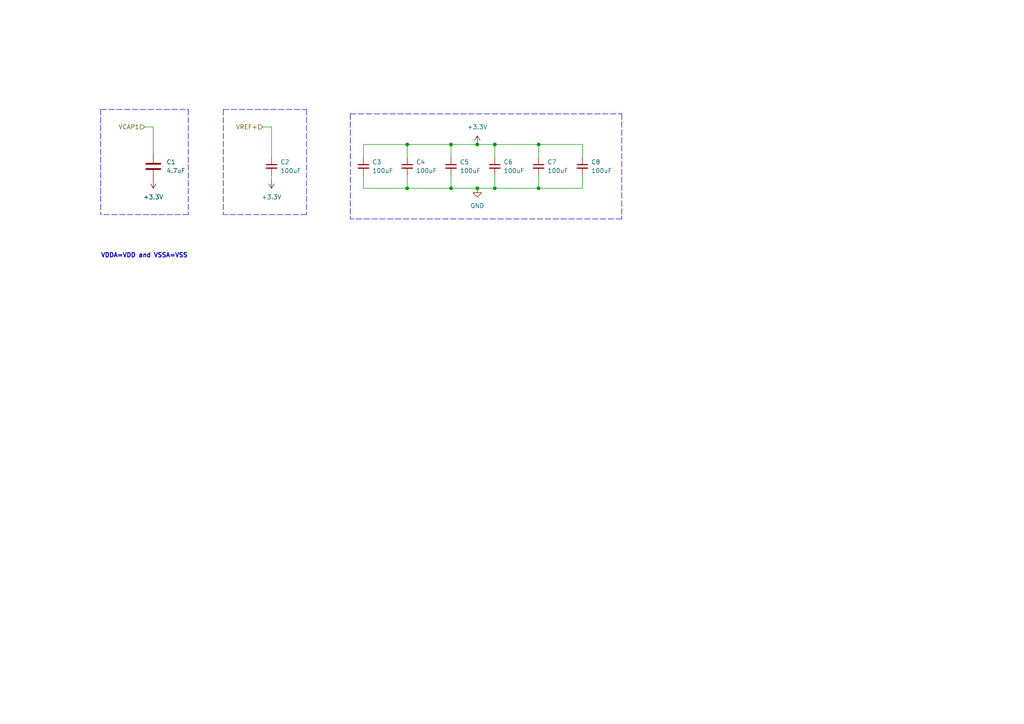
<source format=kicad_sch>
(kicad_sch (version 20211123) (generator eeschema)
  (paper "A4")
  (lib_symbols
    (symbol "Device:C" (pin_numbers hide) (pin_names (offset 0.254))
      (property "Reference" "C" (at 0.635 2.54 0))
      (property "Value" "C" (at 0.635 -2.54 0))
      (symbol "C_0_1"
        (polyline (pts (xy -2.032 -0.762) (xy 2.032 -0.762)) (stroke (width 0.508)))
        (polyline (pts (xy -2.032 0.762) (xy 2.032 0.762)) (stroke (width 0.508)))
      )
      (symbol "C_1_1"
        (pin passive line (at 0 3.81 270) (length 2.794) (name "~") (number "1"))
        (pin passive line (at 0 -3.81 90) (length 2.794) (name "~") (number "2"))
      )
    )
    (symbol "Device:C_Small" (pin_numbers hide) (pin_names (offset 0.254) hide)
      (property "Reference" "C" (at 0.254 1.778 0))
      (property "Value" "C_Small" (at 0.254 -2.032 0))
      (symbol "C_Small_0_1"
        (polyline (pts (xy -1.524 -0.508) (xy 1.524 -0.508)) (stroke (width 0.3302)))
        (polyline (pts (xy -1.524 0.508) (xy 1.524 0.508)) (stroke (width 0.3048)))
      )
      (symbol "C_Small_1_1"
        (pin passive line (at 0 2.54 270) (length 2.032) (name "~") (number "1"))
        (pin passive line (at 0 -2.54 90) (length 2.032) (name "~") (number "2"))
      )
    )
    (symbol "power:+3.3V" (power) (pin_names (offset 0))
      (property "Value" "+3.3V" (at 0 3.556 0))
      (symbol "+3.3V_0_1"
        (polyline (pts (xy -0.762 1.27) (xy 0 2.54)))
        (polyline (pts (xy 0 0) (xy 0 2.54)))
        (polyline (pts (xy 0 2.54) (xy 0.762 1.27)))
      )
      (symbol "+3.3V_1_1"
        (pin power_in line (at 0 0 90) (length 0) hide (name "+3.3V") (number "1"))
      )
    )
    (symbol "power:GND" (power) (pin_names (offset 0))
      (property "Value" "GND" (at 0 -3.81 0))
      (symbol "GND_0_1"
        (polyline (pts (xy 0 0) (xy 0 -1.27) (xy 1.27 -1.27) (xy 0 -2.54) (xy -1.27 -1.27) (xy 0 -1.27)))
      )
      (symbol "GND_1_1"
        (pin power_in line (at 0 0 270) (length 0) hide (name "GND") (number "1"))
      )
    )
  )
  (junction (at 138.43 41.91))
  (junction (at 118.11 41.91))
  (junction (at 138.43 54.61))
  (junction (at 156.21 54.61))
  (junction (at 143.51 54.61))
  (junction (at 130.81 41.91))
  (junction (at 118.11 54.61))
  (junction (at 130.81 54.61))
  (junction (at 143.51 41.91))
  (junction (at 156.21 41.91))
  (wire (pts (xy 156.21 41.91) (xy 156.21 45.72)))
  (wire (pts (xy 105.41 54.61) (xy 118.11 54.61)))
  (wire (pts (xy 156.21 54.61) (xy 143.51 54.61)))
  (wire (pts (xy 156.21 50.8) (xy 156.21 54.61)))
  (wire (pts (xy 44.45 44.45) (xy 44.45 36.83)))
  (wire (pts (xy 156.21 41.91) (xy 143.51 41.91)))
  (polyline (pts (xy 88.9 62.23) (xy 64.77 62.23)))
  (wire (pts (xy 44.45 36.83) (xy 41.91 36.83)))
  (wire (pts (xy 118.11 54.61) (xy 130.81 54.61)))
  (wire (pts (xy 143.51 41.91) (xy 143.51 45.72)))
  (wire (pts (xy 130.81 50.8) (xy 130.81 54.61)))
  (wire (pts (xy 168.91 50.8) (xy 168.91 54.61)))
  (wire (pts (xy 168.91 45.72) (xy 168.91 41.91)))
  (wire (pts (xy 168.91 41.91) (xy 156.21 41.91)))
  (polyline (pts (xy 180.34 33.02) (xy 180.34 63.5)))
  (wire (pts (xy 78.74 50.8) (xy 78.74 52.07)))
  (wire (pts (xy 105.41 50.8) (xy 105.41 54.61)))
  (polyline (pts (xy 101.6 33.02) (xy 101.6 63.5)))
  (wire (pts (xy 143.51 41.91) (xy 138.43 41.91)))
  (wire (pts (xy 105.41 45.72) (xy 105.41 41.91)))
  (polyline (pts (xy 180.34 63.5) (xy 101.6 63.5)))
  (wire (pts (xy 78.74 36.83) (xy 78.74 45.72)))
  (wire (pts (xy 130.81 41.91) (xy 138.43 41.91)))
  (polyline (pts (xy 64.77 31.75) (xy 88.9 31.75)))
  (wire (pts (xy 143.51 50.8) (xy 143.51 54.61)))
  (polyline (pts (xy 88.9 31.75) (xy 88.9 62.23)))
  (wire (pts (xy 143.51 54.61) (xy 138.43 54.61)))
  (polyline (pts (xy 29.21 31.75) (xy 29.21 62.23)))
  (polyline (pts (xy 29.21 31.75) (xy 54.61 31.75)))
  (wire (pts (xy 130.81 41.91) (xy 130.81 45.72)))
  (wire (pts (xy 130.81 54.61) (xy 138.43 54.61)))
  (polyline (pts (xy 54.61 31.75) (xy 54.61 62.23)))
  (wire (pts (xy 118.11 41.91) (xy 130.81 41.91)))
  (wire (pts (xy 168.91 54.61) (xy 156.21 54.61)))
  (wire (pts (xy 78.74 36.83) (xy 76.2 36.83)))
  (wire (pts (xy 118.11 41.91) (xy 118.11 45.72)))
  (wire (pts (xy 118.11 50.8) (xy 118.11 54.61)))
  (polyline (pts (xy 101.6 33.02) (xy 180.34 33.02)))
  (polyline (pts (xy 64.77 31.75) (xy 64.77 62.23)))
  (wire (pts (xy 105.41 41.91) (xy 118.11 41.91)))
  (polyline (pts (xy 54.61 62.23) (xy 29.21 62.23)))
  (text "VDDA=VDD and VSSA=VSS\n" (at 29.21 74.93 0) (effects (font (size 1.27 1.27) (thickness 0.254) bold) (justify left bottom)))
  (hierarchical_label "VCAP1" (shape input) (at 41.91 36.83 180))
  (hierarchical_label "VREF+" (shape input) (at 76.2 36.83 180))
  (symbol (lib_id "Device:C_Small") (at 130.81 48.26 0) (unit 1)
    (property "Reference" "C5" (at 133.35 46.9962 0) (effects (justify left)))
    (property "Value" "100uF" (at 133.35 49.5362 0) (effects (justify left)))
    (property "Footprint" "Capacitor_SMD:C_0603_1608Metric_Pad1.08x0.95mm_HandSolder" (effects hide))
  )
  (symbol (lib_id "power:GND") (at 138.43 54.61 0) (unit 1)
    (property "Reference" "#PWR06" (effects hide))
    (property "Value" "GND" (at 138.43 59.69 0))
  )
  (symbol (lib_id "power:+3.3V") (at 138.43 41.91 0) (unit 1)
    (property "Reference" "#PWR05" (effects hide))
    (property "Value" "+3.3V" (at 138.43 36.83 0))
  )
  (symbol (lib_id "Device:C_Small") (at 78.74 48.26 0) (unit 1)
    (property "Reference" "C2" (at 81.28 46.9962 0) (effects (justify left)))
    (property "Value" "100uF" (at 81.28 49.5362 0) (effects (justify left)))
    (property "Footprint" "Capacitor_SMD:C_0603_1608Metric_Pad1.08x0.95mm_HandSolder" (effects hide))
  )
  (symbol (lib_id "Device:C_Small") (at 168.91 48.26 0) (unit 1)
    (property "Reference" "C8" (at 171.45 46.9962 0) (effects (justify left)))
    (property "Value" "100uF" (at 171.45 49.5362 0) (effects (justify left)))
    (property "Footprint" "Capacitor_SMD:C_0603_1608Metric_Pad1.08x0.95mm_HandSolder" (effects hide))
  )
  (symbol (lib_id "Device:C_Small") (at 143.51 48.26 0) (unit 1)
    (property "Reference" "C6" (at 146.05 46.9962 0) (effects (justify left)))
    (property "Value" "100uF" (at 146.05 49.5362 0) (effects (justify left)))
    (property "Footprint" "Capacitor_SMD:C_0603_1608Metric_Pad1.08x0.95mm_HandSolder" (effects hide))
  )
  (symbol (lib_id "Device:C_Small") (at 105.41 48.26 0) (unit 1)
    (property "Reference" "C3" (at 107.95 46.9962 0) (effects (justify left)))
    (property "Value" "100uF" (at 107.95 49.5362 0) (effects (justify left)))
    (property "Footprint" "Capacitor_SMD:C_0603_1608Metric_Pad1.08x0.95mm_HandSolder" (effects hide))
  )
  (symbol (lib_id "power:+3.3V") (at 78.74 52.07 180) (unit 1)
    (property "Reference" "#PWR04" (effects hide))
    (property "Value" "+3.3V" (at 78.74 57.15 0))
  )
  (symbol (lib_id "Device:C") (at 44.45 48.26 0) (unit 1)
    (property "Reference" "C1" (at 48.26 46.9899 0) (effects (justify left)))
    (property "Value" "4.7uF" (at 48.26 49.5299 0) (effects (justify left)))
    (property "Footprint" "Capacitor_SMD:C_0603_1608Metric_Pad1.08x0.95mm_HandSolder" (effects hide))
  )
  (symbol (lib_id "Device:C_Small") (at 118.11 48.26 0) (unit 1)
    (property "Reference" "C4" (at 120.65 46.9962 0) (effects (justify left)))
    (property "Value" "100uF" (at 120.65 49.5362 0) (effects (justify left)))
    (property "Footprint" "Capacitor_SMD:C_0603_1608Metric_Pad1.08x0.95mm_HandSolder" (effects hide))
  )
  (symbol (lib_id "power:+3.3V") (at 44.45 52.07 180) (unit 1)
    (property "Reference" "#PWR03" (effects hide))
    (property "Value" "+3.3V" (at 44.45 57.15 0))
  )
  (symbol (lib_id "Device:C_Small") (at 156.21 48.26 0) (unit 1)
    (property "Reference" "C7" (at 158.75 46.9962 0) (effects (justify left)))
    (property "Value" "100uF" (at 158.75 49.5362 0) (effects (justify left)))
    (property "Footprint" "Capacitor_SMD:C_0603_1608Metric_Pad1.08x0.95mm_HandSolder" (effects hide))
  )
)
</source>
